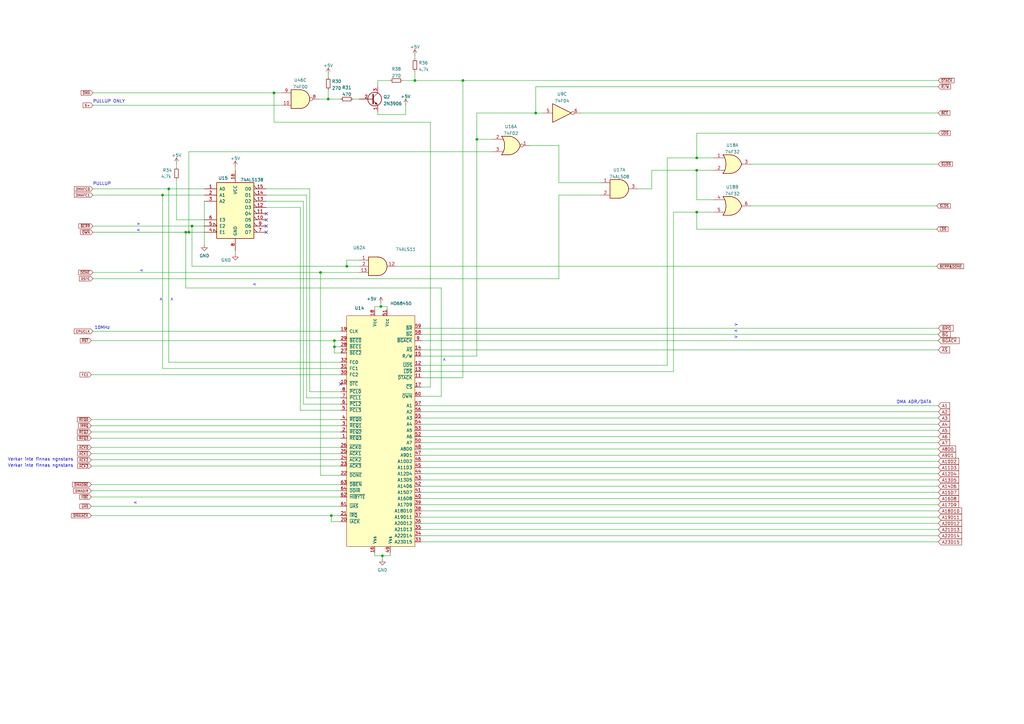
<source format=kicad_sch>
(kicad_sch (version 20211123) (generator eeschema)
  (paper "A3")
  (lib_symbols
    (symbol "74xx:74LS00" (pin_names (offset 1.016))
      (property "Reference" "U" (at 0 1.27 0))
      (property "Value" "74LS00" (at 0 -1.27 0))
      (symbol "74LS00_1_1"
        (pin input line (at -7.62 2.54 0) (length 3.81) (name "~") (number "1"))
        (pin input line (at -7.62 -2.54 0) (length 3.81) (name "~") (number "2"))
        (pin output inverted (at 7.62 0 180) (length 3.81) (name "~") (number "3"))
      )
      (symbol "74LS00_1_2"
        (pin input inverted (at -7.62 2.54 0) (length 4.318) (name "~") (number "1"))
        (pin input inverted (at -7.62 -2.54 0) (length 4.318) (name "~") (number "2"))
        (pin output line (at 7.62 0 180) (length 3.81) (name "~") (number "3"))
      )
      (symbol "74LS00_2_1"
        (pin input line (at -7.62 2.54 0) (length 3.81) (name "~") (number "4"))
        (pin input line (at -7.62 -2.54 0) (length 3.81) (name "~") (number "5"))
        (pin output inverted (at 7.62 0 180) (length 3.81) (name "~") (number "6"))
      )
      (symbol "74LS00_2_2"
        (pin input inverted (at -7.62 2.54 0) (length 4.318) (name "~") (number "4"))
        (pin input inverted (at -7.62 -2.54 0) (length 4.318) (name "~") (number "5"))
        (pin output line (at 7.62 0 180) (length 3.81) (name "~") (number "6"))
      )
      (symbol "74LS00_3_1"
        (pin input line (at -7.62 -2.54 0) (length 3.81) (name "~") (number "10"))
        (pin output inverted (at 7.62 0 180) (length 3.81) (name "~") (number "8"))
        (pin input line (at -7.62 2.54 0) (length 3.81) (name "~") (number "9"))
      )
      (symbol "74LS00_3_2"
        (pin input inverted (at -7.62 -2.54 0) (length 4.318) (name "~") (number "10"))
        (pin output line (at 7.62 0 180) (length 3.81) (name "~") (number "8"))
        (pin input inverted (at -7.62 2.54 0) (length 4.318) (name "~") (number "9"))
      )
      (symbol "74LS00_4_1"
        (pin output inverted (at 7.62 0 180) (length 3.81) (name "~") (number "11"))
        (pin input line (at -7.62 2.54 0) (length 3.81) (name "~") (number "12"))
        (pin input line (at -7.62 -2.54 0) (length 3.81) (name "~") (number "13"))
      )
      (symbol "74LS00_4_2"
        (pin output line (at 7.62 0 180) (length 3.81) (name "~") (number "11"))
        (pin input inverted (at -7.62 2.54 0) (length 4.318) (name "~") (number "12"))
        (pin input inverted (at -7.62 -2.54 0) (length 4.318) (name "~") (number "13"))
      )
      (symbol "74LS00_5_0"
        (pin power_in line (at 0 12.7 270) (length 5.08) (name "VCC") (number "14"))
        (pin power_in line (at 0 -12.7 90) (length 5.08) (name "GND") (number "7"))
      )
    )
    (symbol "74xx:74LS02" (pin_names (offset 1.016))
      (property "Reference" "U" (at 0 1.27 0))
      (property "Value" "74LS02" (at 0 -1.27 0))
      (symbol "74LS02_1_1"
        (pin output inverted (at 7.62 0 180) (length 3.81) (name "~") (number "1"))
        (pin input line (at -7.62 2.54 0) (length 4.318) (name "~") (number "2"))
        (pin input line (at -7.62 -2.54 0) (length 4.318) (name "~") (number "3"))
      )
      (symbol "74LS02_1_2"
        (pin output line (at 7.62 0 180) (length 3.81) (name "~") (number "1"))
        (pin input inverted (at -7.62 2.54 0) (length 3.81) (name "~") (number "2"))
        (pin input inverted (at -7.62 -2.54 0) (length 3.81) (name "~") (number "3"))
      )
      (symbol "74LS02_2_1"
        (pin output inverted (at 7.62 0 180) (length 3.81) (name "~") (number "4"))
        (pin input line (at -7.62 2.54 0) (length 4.318) (name "~") (number "5"))
        (pin input line (at -7.62 -2.54 0) (length 4.318) (name "~") (number "6"))
      )
      (symbol "74LS02_2_2"
        (pin output line (at 7.62 0 180) (length 3.81) (name "~") (number "4"))
        (pin input inverted (at -7.62 2.54 0) (length 3.81) (name "~") (number "5"))
        (pin input inverted (at -7.62 -2.54 0) (length 3.81) (name "~") (number "6"))
      )
      (symbol "74LS02_3_1"
        (pin output inverted (at 7.62 0 180) (length 3.81) (name "~") (number "10"))
        (pin input line (at -7.62 2.54 0) (length 4.318) (name "~") (number "8"))
        (pin input line (at -7.62 -2.54 0) (length 4.318) (name "~") (number "9"))
      )
      (symbol "74LS02_3_2"
        (pin output line (at 7.62 0 180) (length 3.81) (name "~") (number "10"))
        (pin input inverted (at -7.62 2.54 0) (length 3.81) (name "~") (number "8"))
        (pin input inverted (at -7.62 -2.54 0) (length 3.81) (name "~") (number "9"))
      )
      (symbol "74LS02_4_1"
        (pin input line (at -7.62 2.54 0) (length 4.318) (name "~") (number "11"))
        (pin input line (at -7.62 -2.54 0) (length 4.318) (name "~") (number "12"))
        (pin output inverted (at 7.62 0 180) (length 3.81) (name "~") (number "13"))
      )
      (symbol "74LS02_4_2"
        (pin input inverted (at -7.62 2.54 0) (length 3.81) (name "~") (number "11"))
        (pin input inverted (at -7.62 -2.54 0) (length 3.81) (name "~") (number "12"))
        (pin output line (at 7.62 0 180) (length 3.81) (name "~") (number "13"))
      )
      (symbol "74LS02_5_0"
        (pin power_in line (at 0 12.7 270) (length 5.08) (name "VCC") (number "14"))
        (pin power_in line (at 0 -12.7 90) (length 5.08) (name "GND") (number "7"))
      )
    )
    (symbol "74xx:74LS04"
      (property "Reference" "U" (at 0 1.27 0))
      (property "Value" "74LS04" (at 0 -1.27 0))
      (symbol "74LS04_1_0"
        (pin input line (at -7.62 0 0) (length 3.81) (name "~") (number "1"))
        (pin output inverted (at 7.62 0 180) (length 3.81) (name "~") (number "2"))
      )
      (symbol "74LS04_2_0"
        (pin input line (at -7.62 0 0) (length 3.81) (name "~") (number "3"))
        (pin output inverted (at 7.62 0 180) (length 3.81) (name "~") (number "4"))
      )
      (symbol "74LS04_3_0"
        (pin input line (at -7.62 0 0) (length 3.81) (name "~") (number "5"))
        (pin output inverted (at 7.62 0 180) (length 3.81) (name "~") (number "6"))
      )
      (symbol "74LS04_4_0"
        (pin output inverted (at 7.62 0 180) (length 3.81) (name "~") (number "8"))
        (pin input line (at -7.62 0 0) (length 3.81) (name "~") (number "9"))
      )
      (symbol "74LS04_5_0"
        (pin output inverted (at 7.62 0 180) (length 3.81) (name "~") (number "10"))
        (pin input line (at -7.62 0 0) (length 3.81) (name "~") (number "11"))
      )
      (symbol "74LS04_6_0"
        (pin output inverted (at 7.62 0 180) (length 3.81) (name "~") (number "12"))
        (pin input line (at -7.62 0 0) (length 3.81) (name "~") (number "13"))
      )
      (symbol "74LS04_7_0"
        (pin power_in line (at 0 12.7 270) (length 5.08) (name "VCC") (number "14"))
        (pin power_in line (at 0 -12.7 90) (length 5.08) (name "GND") (number "7"))
      )
    )
    (symbol "74xx:74LS08" (pin_names (offset 1.016))
      (property "Reference" "U" (at 0 1.27 0))
      (property "Value" "74LS08" (at 0 -1.27 0))
      (symbol "74LS08_1_1"
        (pin input line (at -7.62 2.54 0) (length 3.81) (name "~") (number "1"))
        (pin input line (at -7.62 -2.54 0) (length 3.81) (name "~") (number "2"))
        (pin output line (at 7.62 0 180) (length 3.81) (name "~") (number "3"))
      )
      (symbol "74LS08_1_2"
        (pin input inverted (at -7.62 2.54 0) (length 4.318) (name "~") (number "1"))
        (pin input inverted (at -7.62 -2.54 0) (length 4.318) (name "~") (number "2"))
        (pin output inverted (at 7.62 0 180) (length 3.81) (name "~") (number "3"))
      )
      (symbol "74LS08_2_1"
        (pin input line (at -7.62 2.54 0) (length 3.81) (name "~") (number "4"))
        (pin input line (at -7.62 -2.54 0) (length 3.81) (name "~") (number "5"))
        (pin output line (at 7.62 0 180) (length 3.81) (name "~") (number "6"))
      )
      (symbol "74LS08_2_2"
        (pin input inverted (at -7.62 2.54 0) (length 4.318) (name "~") (number "4"))
        (pin input inverted (at -7.62 -2.54 0) (length 4.318) (name "~") (number "5"))
        (pin output inverted (at 7.62 0 180) (length 3.81) (name "~") (number "6"))
      )
      (symbol "74LS08_3_1"
        (pin input line (at -7.62 -2.54 0) (length 3.81) (name "~") (number "10"))
        (pin output line (at 7.62 0 180) (length 3.81) (name "~") (number "8"))
        (pin input line (at -7.62 2.54 0) (length 3.81) (name "~") (number "9"))
      )
      (symbol "74LS08_3_2"
        (pin input inverted (at -7.62 -2.54 0) (length 4.318) (name "~") (number "10"))
        (pin output inverted (at 7.62 0 180) (length 3.81) (name "~") (number "8"))
        (pin input inverted (at -7.62 2.54 0) (length 4.318) (name "~") (number "9"))
      )
      (symbol "74LS08_4_1"
        (pin output line (at 7.62 0 180) (length 3.81) (name "~") (number "11"))
        (pin input line (at -7.62 2.54 0) (length 3.81) (name "~") (number "12"))
        (pin input line (at -7.62 -2.54 0) (length 3.81) (name "~") (number "13"))
      )
      (symbol "74LS08_4_2"
        (pin output inverted (at 7.62 0 180) (length 3.81) (name "~") (number "11"))
        (pin input inverted (at -7.62 2.54 0) (length 4.318) (name "~") (number "12"))
        (pin input inverted (at -7.62 -2.54 0) (length 4.318) (name "~") (number "13"))
      )
      (symbol "74LS08_5_0"
        (pin power_in line (at 0 12.7 270) (length 5.08) (name "VCC") (number "14"))
        (pin power_in line (at 0 -12.7 90) (length 5.08) (name "GND") (number "7"))
      )
    )
    (symbol "74xx:74LS11" (pin_names (offset 1.016))
      (property "Reference" "U" (at 0 1.27 0))
      (property "Value" "74LS11" (at 0 -1.27 0))
      (symbol "74LS11_1_1"
        (pin input line (at -7.62 2.54 0) (length 3.81) (name "~") (number "1"))
        (pin output line (at 7.62 0 180) (length 3.81) (name "~") (number "12"))
        (pin input line (at -7.62 -2.54 0) (length 3.81) (name "~") (number "13"))
        (pin input line (at -7.62 0 0) (length 3.81) (name "~") (number "2"))
      )
      (symbol "74LS11_1_2"
        (pin input inverted (at -7.62 2.54 0) (length 4.318) (name "~") (number "1"))
        (pin output inverted (at 7.62 0 180) (length 3.81) (name "~") (number "12"))
        (pin input inverted (at -7.62 -2.54 0) (length 4.318) (name "~") (number "13"))
        (pin input inverted (at -7.62 0 0) (length 4.953) (name "~") (number "2"))
      )
      (symbol "74LS11_2_1"
        (pin input line (at -7.62 2.54 0) (length 3.81) (name "~") (number "3"))
        (pin input line (at -7.62 0 0) (length 3.81) (name "~") (number "4"))
        (pin input line (at -7.62 -2.54 0) (length 3.81) (name "~") (number "5"))
        (pin output line (at 7.62 0 180) (length 3.81) (name "~") (number "6"))
      )
      (symbol "74LS11_2_2"
        (pin input inverted (at -7.62 2.54 0) (length 4.318) (name "~") (number "3"))
        (pin input inverted (at -7.62 0 0) (length 4.953) (name "~") (number "4"))
        (pin input inverted (at -7.62 -2.54 0) (length 4.318) (name "~") (number "5"))
        (pin output inverted (at 7.62 0 180) (length 3.81) (name "~") (number "6"))
      )
      (symbol "74LS11_3_1"
        (pin input line (at -7.62 0 0) (length 3.81) (name "~") (number "10"))
        (pin input line (at -7.62 -2.54 0) (length 3.81) (name "~") (number "11"))
        (pin output line (at 7.62 0 180) (length 3.81) (name "~") (number "8"))
        (pin input line (at -7.62 2.54 0) (length 3.81) (name "~") (number "9"))
      )
      (symbol "74LS11_3_2"
        (pin input inverted (at -7.62 0 0) (length 4.953) (name "~") (number "10"))
        (pin input inverted (at -7.62 -2.54 0) (length 4.318) (name "~") (number "11"))
        (pin output inverted (at 7.62 0 180) (length 3.81) (name "~") (number "8"))
        (pin input inverted (at -7.62 2.54 0) (length 4.318) (name "~") (number "9"))
      )
      (symbol "74LS11_4_0"
        (pin power_in line (at 0 12.7 270) (length 5.08) (name "VCC") (number "14"))
        (pin power_in line (at 0 -12.7 90) (length 5.08) (name "GND") (number "7"))
      )
    )
    (symbol "74xx:74LS138" (pin_names (offset 1.016))
      (property "Reference" "U" (at -7.62 11.43 0))
      (property "Value" "74LS138" (at -7.62 -13.97 0))
      (symbol "74LS138_1_0"
        (pin input line (at -12.7 7.62 0) (length 5.08) (name "A0") (number "1"))
        (pin output output_low (at 12.7 -5.08 180) (length 5.08) (name "O5") (number "10"))
        (pin output output_low (at 12.7 -2.54 180) (length 5.08) (name "O4") (number "11"))
        (pin output output_low (at 12.7 0 180) (length 5.08) (name "O3") (number "12"))
        (pin output output_low (at 12.7 2.54 180) (length 5.08) (name "O2") (number "13"))
        (pin output output_low (at 12.7 5.08 180) (length 5.08) (name "O1") (number "14"))
        (pin output output_low (at 12.7 7.62 180) (length 5.08) (name "O0") (number "15"))
        (pin power_in line (at 0 15.24 270) (length 5.08) (name "VCC") (number "16"))
        (pin input line (at -12.7 5.08 0) (length 5.08) (name "A1") (number "2"))
        (pin input line (at -12.7 2.54 0) (length 5.08) (name "A2") (number "3"))
        (pin input input_low (at -12.7 -10.16 0) (length 5.08) (name "E1") (number "4"))
        (pin input input_low (at -12.7 -7.62 0) (length 5.08) (name "E2") (number "5"))
        (pin input line (at -12.7 -5.08 0) (length 5.08) (name "E3") (number "6"))
        (pin output output_low (at 12.7 -10.16 180) (length 5.08) (name "O7") (number "7"))
        (pin power_in line (at 0 -17.78 90) (length 5.08) (name "GND") (number "8"))
        (pin output output_low (at 12.7 -7.62 180) (length 5.08) (name "O6") (number "9"))
      )
    )
    (symbol "74xx:74LS32" (pin_names (offset 1.016))
      (property "Reference" "U" (at 0 1.27 0))
      (property "Value" "74LS32" (at 0 -1.27 0))
      (symbol "74LS32_1_1"
        (pin input line (at -7.62 2.54 0) (length 4.318) (name "~") (number "1"))
        (pin input line (at -7.62 -2.54 0) (length 4.318) (name "~") (number "2"))
        (pin output line (at 7.62 0 180) (length 3.81) (name "~") (number "3"))
      )
      (symbol "74LS32_1_2"
        (pin input inverted (at -7.62 2.54 0) (length 3.81) (name "~") (number "1"))
        (pin input inverted (at -7.62 -2.54 0) (length 3.81) (name "~") (number "2"))
        (pin output inverted (at 7.62 0 180) (length 3.81) (name "~") (number "3"))
      )
      (symbol "74LS32_2_1"
        (pin input line (at -7.62 2.54 0) (length 4.318) (name "~") (number "4"))
        (pin input line (at -7.62 -2.54 0) (length 4.318) (name "~") (number "5"))
        (pin output line (at 7.62 0 180) (length 3.81) (name "~") (number "6"))
      )
      (symbol "74LS32_2_2"
        (pin input inverted (at -7.62 2.54 0) (length 3.81) (name "~") (number "4"))
        (pin input inverted (at -7.62 -2.54 0) (length 3.81) (name "~") (number "5"))
        (pin output inverted (at 7.62 0 180) (length 3.81) (name "~") (number "6"))
      )
      (symbol "74LS32_3_1"
        (pin input line (at -7.62 -2.54 0) (length 4.318) (name "~") (number "10"))
        (pin output line (at 7.62 0 180) (length 3.81) (name "~") (number "8"))
        (pin input line (at -7.62 2.54 0) (length 4.318) (name "~") (number "9"))
      )
      (symbol "74LS32_3_2"
        (pin input inverted (at -7.62 -2.54 0) (length 3.81) (name "~") (number "10"))
        (pin output inverted (at 7.62 0 180) (length 3.81) (name "~") (number "8"))
        (pin input inverted (at -7.62 2.54 0) (length 3.81) (name "~") (number "9"))
      )
      (symbol "74LS32_4_1"
        (pin output line (at 7.62 0 180) (length 3.81) (name "~") (number "11"))
        (pin input line (at -7.62 2.54 0) (length 4.318) (name "~") (number "12"))
        (pin input line (at -7.62 -2.54 0) (length 4.318) (name "~") (number "13"))
      )
      (symbol "74LS32_4_2"
        (pin output inverted (at 7.62 0 180) (length 3.81) (name "~") (number "11"))
        (pin input inverted (at -7.62 2.54 0) (length 3.81) (name "~") (number "12"))
        (pin input inverted (at -7.62 -2.54 0) (length 3.81) (name "~") (number "13"))
      )
      (symbol "74LS32_5_0"
        (pin power_in line (at 0 12.7 270) (length 5.08) (name "VCC") (number "14"))
        (pin power_in line (at 0 -12.7 90) (length 5.08) (name "GND") (number "7"))
      )
    )
    (symbol "Device:Q_PNP_EBC" (pin_names (offset 0) hide)
      (property "Reference" "Q" (at 5.08 1.27 0))
      (property "Value" "Q_PNP_EBC" (at 5.08 -1.27 0))
      (symbol "Q_PNP_EBC_1_1"
        (pin passive line (at 2.54 -5.08 90) (length 2.54) (name "E") (number "1"))
        (pin input line (at -5.08 0 0) (length 5.715) (name "B") (number "2"))
        (pin passive line (at 2.54 5.08 270) (length 2.54) (name "C") (number "3"))
      )
    )
    (symbol "Device:R_Small" (pin_numbers hide) (pin_names (offset 0.254) hide)
      (property "Reference" "R" (at 0.762 0.508 0))
      (property "Value" "R_Small" (at 0.762 -1.016 0))
      (symbol "R_Small_1_1"
        (pin passive line (at 0 2.54 270) (length 0.762) (name "~") (number "1"))
        (pin passive line (at 0 -2.54 90) (length 0.762) (name "~") (number "2"))
      )
    )
    (symbol "power:+5V" (power) (pin_names (offset 0))
      (property "Value" "+5V" (at 0 3.556 0))
      (symbol "+5V_1_1"
        (pin power_in line (at 0 0 90) (length 0) hide (name "+5V") (number "1"))
      )
    )
    (symbol "power:GND" (power) (pin_names (offset 0))
      (property "Value" "GND" (at 0 -3.81 0))
      (symbol "GND_1_1"
        (pin power_in line (at 0 0 270) (length 0) hide (name "GND") (number "1"))
      )
    )
    (symbol "x37:HD68450" (pin_names (offset 1.016))
      (property "Reference" "U" (at 10.795 50.8 0))
      (property "Value" "HD68450" (at -12.7 50.8 0))
      (symbol "HD68450_0_0"
        (pin bidirectional line (at -16.51 -0.635 0) (length 2.54) (name "~{REQ3}") (number "1"))
        (pin bidirectional line (at -16.51 21.59 0) (length 2.54) (name "~{DTC}") (number "10"))
        (pin bidirectional line (at 16.51 29.21 180) (length 2.54) (name "~{UDS}") (number "12"))
        (pin bidirectional line (at 16.51 26.67 180) (length 2.54) (name "~{LDS}") (number "13"))
        (pin bidirectional line (at 16.51 35.56 180) (length 2.54) (name "~{AS}") (number "14"))
        (pin bidirectional line (at 16.51 33.02 180) (length 2.54) (name "R/W") (number "15"))
        (pin power_in line (at -2.54 -47.625 90) (length 2.54) (name "Vss") (number "16"))
        (pin bidirectional line (at 16.51 20.32 180) (length 2.54) (name "~{CS}") (number "17"))
        (pin power_in line (at -2.54 52.07 270) (length 2.54) (name "Vcc") (number "18"))
        (pin bidirectional line (at -16.51 43.18 0) (length 2.54) (name "CLK") (number "19"))
        (pin bidirectional line (at -16.51 1.905 0) (length 2.54) (name "~{REQ2}") (number "2"))
        (pin bidirectional line (at -16.51 -34.925 0) (length 2.54) (name "~{IACK}") (number "20"))
        (pin bidirectional line (at -16.51 -32.385 0) (length 2.54) (name "~{IRQ}") (number "21"))
        (pin bidirectional line (at -16.51 -15.875 0) (length 2.54) (name "~{DONE}") (number "22"))
        (pin bidirectional line (at -16.51 -12.065 0) (length 2.54) (name "~{ACK3}") (number "23"))
        (pin bidirectional line (at -16.51 -9.525 0) (length 2.54) (name "~{ACK2}") (number "24"))
        (pin bidirectional line (at -16.51 -6.985 0) (length 2.54) (name "~{ACK1}") (number "25"))
        (pin bidirectional line (at -16.51 -4.445 0) (length 2.54) (name "~{ACK0}") (number "26"))
        (pin bidirectional line (at -16.51 34.29 0) (length 2.54) (name "~{BEC2}") (number "27"))
        (pin bidirectional line (at -16.51 36.83 0) (length 2.54) (name "~{BEC1}") (number "28"))
        (pin bidirectional line (at -16.51 39.37 0) (length 2.54) (name "~{BEC0}") (number "29"))
        (pin bidirectional line (at -16.51 4.445 0) (length 2.54) (name "~{REQ1}") (number "3"))
        (pin bidirectional line (at -16.51 25.4 0) (length 2.54) (name "FC2") (number "30"))
        (pin bidirectional line (at -16.51 27.94 0) (length 2.54) (name "FC1") (number "31"))
        (pin bidirectional line (at -16.51 30.48 0) (length 2.54) (name "FC0") (number "32"))
        (pin bidirectional line (at 16.51 -43.18 180) (length 2.54) (name "A23D15") (number "33"))
        (pin bidirectional line (at 16.51 -40.64 180) (length 2.54) (name "A22D14") (number "34"))
        (pin bidirectional line (at 16.51 -38.1 180) (length 2.54) (name "A21D13") (number "35"))
        (pin bidirectional line (at 16.51 -35.56 180) (length 2.54) (name "A20D12") (number "36"))
        (pin bidirectional line (at 16.51 -33.02 180) (length 2.54) (name "A19D11") (number "37"))
        (pin bidirectional line (at 16.51 -30.48 180) (length 2.54) (name "A18D10") (number "38"))
        (pin bidirectional line (at 16.51 -27.94 180) (length 2.54) (name "A17D9") (number "39"))
        (pin bidirectional line (at -16.51 6.985 0) (length 2.54) (name "~{REQ0}") (number "4"))
        (pin bidirectional line (at 16.51 -25.4 180) (length 2.54) (name "A16D8") (number "40"))
        (pin bidirectional line (at 16.51 -22.86 180) (length 2.54) (name "A15D7") (number "41"))
        (pin bidirectional line (at 16.51 -20.32 180) (length 2.54) (name "A14D6") (number "42"))
        (pin bidirectional line (at 16.51 -17.78 180) (length 2.54) (name "A13D5") (number "43"))
        (pin bidirectional line (at 16.51 -15.24 180) (length 2.54) (name "A12D4") (number "44"))
        (pin bidirectional line (at 16.51 -12.7 180) (length 2.54) (name "A11D3") (number "45"))
        (pin bidirectional line (at 16.51 -10.16 180) (length 2.54) (name "A10D2") (number "46"))
        (pin bidirectional line (at 16.51 -7.62 180) (length 2.54) (name "A9D1") (number "47"))
        (pin bidirectional line (at 16.51 -5.08 180) (length 2.54) (name "A8D0") (number "48"))
        (pin power_in line (at 3.81 -47.625 90) (length 2.54) (name "Vss") (number "49"))
        (pin bidirectional line (at -16.51 10.795 0) (length 2.54) (name "~{PCL3}") (number "5"))
        (pin bidirectional line (at 16.51 -2.54 180) (length 2.54) (name "A7") (number "50"))
        (pin power_in line (at 2.54 52.07 270) (length 2.54) (name "Vcc") (number "51"))
        (pin bidirectional line (at 16.51 0 180) (length 2.54) (name "A6") (number "52"))
        (pin bidirectional line (at 16.51 2.54 180) (length 2.54) (name "A5") (number "53"))
        (pin bidirectional line (at 16.51 5.08 180) (length 2.54) (name "A4") (number "54"))
        (pin bidirectional line (at 16.51 7.62 180) (length 2.54) (name "A3") (number "55"))
        (pin bidirectional line (at 16.51 10.16 180) (length 2.54) (name "A2") (number "56"))
        (pin bidirectional line (at 16.51 12.7 180) (length 2.54) (name "A1") (number "57"))
        (pin bidirectional line (at 16.51 41.91 180) (length 2.54) (name "~{BG}") (number "58"))
        (pin bidirectional line (at 16.51 44.45 180) (length 2.54) (name "~{BR}") (number "59"))
        (pin bidirectional line (at -16.51 13.335 0) (length 2.54) (name "~{PCL2}") (number "6"))
        (pin bidirectional line (at 16.51 16.51 180) (length 2.54) (name "~{OWN}") (number "60"))
        (pin bidirectional line (at -16.51 -28.575 0) (length 2.54) (name "~{UAS}") (number "61"))
        (pin bidirectional line (at -16.51 -24.765 0) (length 2.54) (name "~{HIBYTE}") (number "62"))
        (pin bidirectional line (at -16.51 -19.685 0) (length 2.54) (name "~{DBEN}") (number "63"))
        (pin bidirectional line (at -16.51 -22.225 0) (length 2.54) (name "~{DDIR}") (number "64"))
        (pin bidirectional line (at -16.51 15.875 0) (length 2.54) (name "~{PCL1}") (number "7"))
        (pin bidirectional line (at -16.51 18.415 0) (length 2.54) (name "~{PCL0}") (number "8"))
        (pin bidirectional line (at 16.51 39.37 180) (length 2.54) (name "~{BGACK}") (number "9"))
      )
      (symbol "HD68450_1_1"
        (pin bidirectional line (at 16.51 24.13 180) (length 2.54) (name "~{DTACK}") (number "11"))
      )
    )
  )
  (junction (at 78.74 92.71))
  (junction (at 69.215 77.47))
  (junction (at 66.675 80.01))
  (junction (at 77.47 95.25))
  (junction (at 137.16 142.24))
  (junction (at 219.71 46.355))
  (junction (at 142.24 109.22))
  (junction (at 156.21 125.73))
  (junction (at 137.16 139.7))
  (junction (at 170.18 33.02))
  (junction (at 76.2 95.25))
  (junction (at 135.89 211.455))
  (junction (at 134.62 40.64))
  (junction (at 195.58 57.15))
  (junction (at 285.75 86.995))
  (junction (at 285.75 64.77))
  (junction (at 189.865 33.02))
  (junction (at 156.845 227.965))
  (junction (at 112.395 38.1))
  (junction (at 131.445 111.76))
  (junction (at 285.75 69.85))
  (no_connect (at 109.22 92.71))
  (no_connect (at 109.22 87.63))
  (no_connect (at 109.22 95.25))
  (no_connect (at 109.22 90.17))
  (no_connect (at 139.7 157.48))
  (wire (pts (xy 130.81 40.64) (xy 134.62 40.64)))
  (wire (pts (xy 72.39 90.17) (xy 83.82 90.17)))
  (wire (pts (xy 172.72 196.85) (xy 384.81 196.85)))
  (wire (pts (xy 172.72 162.56) (xy 180.975 162.56)))
  (wire (pts (xy 38.1 80.01) (xy 66.675 80.01)))
  (wire (pts (xy 219.71 35.56) (xy 219.71 46.355)))
  (wire (pts (xy 153.67 125.73) (xy 153.67 127)))
  (wire (pts (xy 124.46 165.735) (xy 124.46 82.55)))
  (wire (pts (xy 66.675 80.01) (xy 66.675 151.13)))
  (wire (pts (xy 267.335 77.47) (xy 267.335 69.85)))
  (wire (pts (xy 172.72 152.4) (xy 276.225 152.4)))
  (wire (pts (xy 139.7 165.735) (xy 124.46 165.735)))
  (wire (pts (xy 172.72 219.71) (xy 384.81 219.71)))
  (wire (pts (xy 69.215 148.59) (xy 139.7 148.59)))
  (wire (pts (xy 170.18 33.02) (xy 170.18 29.21)))
  (wire (pts (xy 38.1 114.3) (xy 229.235 114.3)))
  (wire (pts (xy 285.75 86.995) (xy 285.75 93.98)))
  (wire (pts (xy 72.39 67.31) (xy 72.39 68.58)))
  (wire (pts (xy 37.465 198.755) (xy 139.7 198.755)))
  (wire (pts (xy 276.225 86.995) (xy 285.75 86.995)))
  (wire (pts (xy 170.18 33.02) (xy 189.865 33.02)))
  (wire (pts (xy 125.73 163.195) (xy 139.7 163.195)))
  (wire (pts (xy 172.72 191.77) (xy 384.81 191.77)))
  (wire (pts (xy 154.94 33.02) (xy 160.02 33.02)))
  (wire (pts (xy 134.62 40.64) (xy 134.62 36.83)))
  (wire (pts (xy 38.1 38.1) (xy 112.395 38.1)))
  (wire (pts (xy 153.67 226.695) (xy 153.67 227.965)))
  (wire (pts (xy 176.53 158.75) (xy 176.53 50.165)))
  (wire (pts (xy 172.72 189.23) (xy 384.81 189.23)))
  (wire (pts (xy 172.72 176.53) (xy 384.81 176.53)))
  (wire (pts (xy 78.74 92.71) (xy 78.74 109.22)))
  (wire (pts (xy 127 160.655) (xy 139.7 160.655)))
  (wire (pts (xy 172.72 134.62) (xy 384.81 134.62)))
  (wire (pts (xy 38.1 77.47) (xy 69.215 77.47)))
  (wire (pts (xy 125.73 80.01) (xy 125.73 163.195)))
  (wire (pts (xy 38.1 111.76) (xy 131.445 111.76)))
  (wire (pts (xy 137.16 139.7) (xy 139.7 139.7)))
  (wire (pts (xy 112.395 38.1) (xy 115.57 38.1)))
  (wire (pts (xy 37.465 191.135) (xy 139.7 191.135)))
  (wire (pts (xy 131.445 111.76) (xy 147.32 111.76)))
  (wire (pts (xy 144.78 40.64) (xy 147.32 40.64)))
  (wire (pts (xy 69.215 77.47) (xy 69.215 148.59)))
  (wire (pts (xy 135.89 211.455) (xy 135.89 213.995)))
  (wire (pts (xy 154.94 46.99) (xy 166.37 46.99)))
  (wire (pts (xy 172.72 194.31) (xy 384.81 194.31)))
  (wire (pts (xy 229.235 59.69) (xy 229.235 74.93)))
  (wire (pts (xy 96.52 68.58) (xy 96.52 69.85)))
  (wire (pts (xy 285.75 64.77) (xy 285.75 54.61)))
  (wire (pts (xy 137.16 144.78) (xy 139.7 144.78)))
  (wire (pts (xy 189.865 33.02) (xy 189.865 154.94)))
  (wire (pts (xy 172.72 201.93) (xy 384.81 201.93)))
  (wire (pts (xy 69.215 77.47) (xy 83.82 77.47)))
  (wire (pts (xy 217.17 59.69) (xy 229.235 59.69)))
  (wire (pts (xy 172.72 166.37) (xy 384.81 166.37)))
  (wire (pts (xy 137.16 139.7) (xy 137.16 142.24)))
  (wire (pts (xy 172.72 173.99) (xy 384.81 173.99)))
  (wire (pts (xy 37.465 203.835) (xy 139.7 203.835)))
  (wire (pts (xy 285.75 54.61) (xy 384.81 54.61)))
  (wire (pts (xy 172.72 186.69) (xy 384.81 186.69)))
  (wire (pts (xy 172.72 168.91) (xy 384.81 168.91)))
  (wire (pts (xy 195.58 57.15) (xy 201.93 57.15)))
  (wire (pts (xy 37.465 174.625) (xy 139.7 174.625)))
  (wire (pts (xy 96.52 102.87) (xy 96.52 104.14)))
  (wire (pts (xy 172.72 154.94) (xy 189.865 154.94)))
  (wire (pts (xy 123.19 168.275) (xy 139.7 168.275)))
  (wire (pts (xy 158.75 125.73) (xy 158.75 127)))
  (wire (pts (xy 172.72 149.86) (xy 273.685 149.86)))
  (wire (pts (xy 384.81 35.56) (xy 219.71 35.56)))
  (wire (pts (xy 162.56 109.22) (xy 384.175 109.22)))
  (wire (pts (xy 172.72 212.09) (xy 384.81 212.09)))
  (wire (pts (xy 135.89 211.455) (xy 139.7 211.455)))
  (wire (pts (xy 229.235 80.01) (xy 246.38 80.01)))
  (wire (pts (xy 180.975 162.56) (xy 180.975 118.11)))
  (wire (pts (xy 238.125 46.355) (xy 384.81 46.355)))
  (wire (pts (xy 219.71 46.355) (xy 222.885 46.355)))
  (wire (pts (xy 285.75 93.98) (xy 384.175 93.98)))
  (wire (pts (xy 172.72 184.15) (xy 384.81 184.15)))
  (wire (pts (xy 77.47 95.25) (xy 77.47 62.23)))
  (wire (pts (xy 172.72 139.7) (xy 384.81 139.7)))
  (wire (pts (xy 37.465 211.455) (xy 135.89 211.455)))
  (wire (pts (xy 307.975 84.455) (xy 384.175 84.455)))
  (wire (pts (xy 147.32 109.22) (xy 142.24 109.22)))
  (wire (pts (xy 131.445 194.945) (xy 139.7 194.945)))
  (wire (pts (xy 156.845 227.965) (xy 156.845 229.235)))
  (wire (pts (xy 153.67 125.73) (xy 156.21 125.73)))
  (wire (pts (xy 72.39 73.66) (xy 72.39 90.17)))
  (wire (pts (xy 154.94 45.72) (xy 154.94 46.99)))
  (wire (pts (xy 127 160.655) (xy 127 77.47)))
  (wire (pts (xy 156.845 227.965) (xy 160.02 227.965)))
  (wire (pts (xy 172.72 222.25) (xy 384.81 222.25)))
  (wire (pts (xy 112.395 50.165) (xy 112.395 38.1)))
  (wire (pts (xy 154.94 35.56) (xy 154.94 33.02)))
  (wire (pts (xy 37.465 207.645) (xy 139.7 207.645)))
  (wire (pts (xy 38.1 92.71) (xy 78.74 92.71)))
  (wire (pts (xy 195.58 146.05) (xy 195.58 57.15)))
  (wire (pts (xy 160.02 227.965) (xy 160.02 226.695)))
  (wire (pts (xy 307.975 67.31) (xy 384.81 67.31)))
  (wire (pts (xy 139.7 186.055) (xy 37.465 186.055)))
  (wire (pts (xy 83.82 82.55) (xy 83.82 100.33)))
  (wire (pts (xy 180.975 118.11) (xy 76.2 118.11)))
  (wire (pts (xy 142.24 109.22) (xy 142.24 106.68)))
  (wire (pts (xy 172.72 214.63) (xy 384.81 214.63)))
  (wire (pts (xy 142.24 106.68) (xy 147.32 106.68)))
  (wire (pts (xy 66.675 151.13) (xy 139.7 151.13)))
  (wire (pts (xy 172.72 179.07) (xy 384.81 179.07)))
  (wire (pts (xy 172.72 209.55) (xy 384.81 209.55)))
  (wire (pts (xy 285.75 64.77) (xy 292.735 64.77)))
  (wire (pts (xy 66.675 80.01) (xy 83.82 80.01)))
  (wire (pts (xy 76.2 95.25) (xy 77.47 95.25)))
  (wire (pts (xy 229.235 74.93) (xy 246.38 74.93)))
  (wire (pts (xy 38.1 43.18) (xy 115.57 43.18)))
  (wire (pts (xy 229.235 114.3) (xy 229.235 80.01)))
  (wire (pts (xy 76.2 118.11) (xy 76.2 95.25)))
  (wire (pts (xy 153.67 227.965) (xy 156.845 227.965)))
  (wire (pts (xy 172.72 146.05) (xy 195.58 146.05)))
  (wire (pts (xy 267.335 69.85) (xy 285.75 69.85)))
  (wire (pts (xy 172.72 143.51) (xy 384.81 143.51)))
  (wire (pts (xy 134.62 30.48) (xy 134.62 31.75)))
  (wire (pts (xy 195.58 46.355) (xy 219.71 46.355)))
  (wire (pts (xy 273.685 149.86) (xy 273.685 64.77)))
  (wire (pts (xy 135.89 213.995) (xy 139.7 213.995)))
  (wire (pts (xy 172.72 181.61) (xy 384.81 181.61)))
  (wire (pts (xy 172.72 171.45) (xy 384.81 171.45)))
  (wire (pts (xy 37.465 201.295) (xy 139.7 201.295)))
  (wire (pts (xy 77.47 95.25) (xy 83.82 95.25)))
  (wire (pts (xy 37.465 183.515) (xy 139.7 183.515)))
  (wire (pts (xy 78.74 109.22) (xy 142.24 109.22)))
  (wire (pts (xy 156.21 125.73) (xy 158.75 125.73)))
  (wire (pts (xy 137.16 142.24) (xy 139.7 142.24)))
  (wire (pts (xy 77.47 62.23) (xy 201.93 62.23)))
  (wire (pts (xy 165.1 33.02) (xy 170.18 33.02)))
  (wire (pts (xy 172.72 207.01) (xy 384.81 207.01)))
  (wire (pts (xy 166.37 46.99) (xy 166.37 43.18)))
  (wire (pts (xy 276.225 152.4) (xy 276.225 86.995)))
  (wire (pts (xy 156.21 125.73) (xy 156.21 124.46)))
  (wire (pts (xy 131.445 111.76) (xy 131.445 194.945)))
  (wire (pts (xy 172.72 217.17) (xy 384.81 217.17)))
  (wire (pts (xy 273.685 64.77) (xy 285.75 64.77)))
  (wire (pts (xy 37.465 177.165) (xy 139.7 177.165)))
  (wire (pts (xy 38.1 95.25) (xy 76.2 95.25)))
  (wire (pts (xy 176.53 50.165) (xy 112.395 50.165)))
  (wire (pts (xy 172.72 199.39) (xy 384.81 199.39)))
  (wire (pts (xy 127 77.47) (xy 109.22 77.47)))
  (wire (pts (xy 137.16 142.24) (xy 137.16 144.78)))
  (wire (pts (xy 189.865 33.02) (xy 384.81 33.02)))
  (wire (pts (xy 195.58 57.15) (xy 195.58 46.355)))
  (wire (pts (xy 285.75 69.85) (xy 292.735 69.85)))
  (wire (pts (xy 37.465 153.67) (xy 139.7 153.67)))
  (wire (pts (xy 123.19 85.09) (xy 123.19 168.275)))
  (wire (pts (xy 37.465 172.085) (xy 139.7 172.085)))
  (wire (pts (xy 285.75 86.995) (xy 292.735 86.995)))
  (wire (pts (xy 134.62 40.64) (xy 139.7 40.64)))
  (wire (pts (xy 37.465 179.705) (xy 139.7 179.705)))
  (wire (pts (xy 109.22 85.09) (xy 123.19 85.09)))
  (wire (pts (xy 37.465 139.7) (xy 137.16 139.7)))
  (wire (pts (xy 139.7 188.595) (xy 37.465 188.595)))
  (wire (pts (xy 78.74 92.71) (xy 83.82 92.71)))
  (wire (pts (xy 170.18 22.86) (xy 170.18 24.13)))
  (wire (pts (xy 261.62 77.47) (xy 267.335 77.47)))
  (wire (pts (xy 109.22 80.01) (xy 125.73 80.01)))
  (wire (pts (xy 124.46 82.55) (xy 109.22 82.55)))
  (wire (pts (xy 285.75 69.85) (xy 285.75 81.915)))
  (wire (pts (xy 38.1 135.89) (xy 139.7 135.89)))
  (wire (pts (xy 285.75 81.915) (xy 292.735 81.915)))
  (wire (pts (xy 172.72 204.47) (xy 384.81 204.47)))
  (wire (pts (xy 172.72 137.16) (xy 384.81 137.16)))
  (wire (pts (xy 172.72 158.75) (xy 176.53 158.75)))
  (text ">" (at 300.99 139.065 0) (effects (font (size 1.27 1.27)) (justify left bottom)))
  (text ">" (at 300.99 133.985 0) (effects (font (size 1.27 1.27)) (justify left bottom)))
  (text "Verkar inte finnas ngnstans\n" (at 3.175 191.77 0) (effects (font (size 1.27 1.27)) (justify left bottom)))
  (text ">" (at 182.88 148.59 90) (effects (font (size 1.27 1.27)) (justify left bottom)))
  (text "DMA ADR/DATA\n" (at 367.665 165.735 0) (effects (font (size 1.27 1.27)) (justify left bottom)))
  (text ">" (at 55.88 92.71 0) (effects (font (size 1.27 1.27)) (justify left bottom)))
  (text "Verkar inte finnas ngnstans\n" (at 3.175 189.23 0) (effects (font (size 1.27 1.27)) (justify left bottom)))
  (text "<" (at 55.88 95.25 0) (effects (font (size 1.27 1.27)) (justify left bottom)))
  (text "<" (at 54.61 207.01 0) (effects (font (size 1.27 1.27)) (justify left bottom)))
  (text ">" (at 66.675 123.825 90) (effects (font (size 1.27 1.27)) (justify left bottom)))
  (text "<" (at 57.15 111.76 0) (effects (font (size 1.27 1.27)) (justify left bottom)))
  (text "PULLUP ONLY\n\n" (at 38.1 44.45 0) (effects (font (size 1.27 1.27)) (justify left bottom)))
  (text "<" (at 103.505 117.475 0) (effects (font (size 1.27 1.27)) (justify left bottom)))
  (text "<" (at 300.99 136.525 0) (effects (font (size 1.27 1.27)) (justify left bottom)))
  (text "10MHz\n" (at 38.735 135.255 0) (effects (font (size 1.27 1.27)) (justify left bottom)))
  (text "PULLUP\n" (at 38.1 76.2 0) (effects (font (size 1.27 1.27)) (justify left bottom)))
  (text ">" (at 71.12 123.825 90) (effects (font (size 1.27 1.27)) (justify left bottom)))
  (global_label "~{REQ2}" (shape input) (at 37.465 177.165 180) (effects (font (size 0.9906 0.9906))) (property "Intersheet References" "${INTERSHEET_REFS}" (effects hide)))
  (global_label "~{UDS}" (shape input) (at 384.81 54.61 0) (effects (font (size 1 1))) (property "Intersheet References" "${INTERSHEET_REFS}" (effects hide)))
  (global_label "A21D13" (shape input) (at 384.81 217.17 0) (property "Intersheet References" "${INTERSHEET_REFS}" (effects hide)))
  (global_label "~{BERR&DONE}" (shape input) (at 384.175 109.22 0) (effects (font (size 1 1))) (property "Intersheet References" "${INTERSHEET_REFS}" (effects hide)))
  (global_label "A17D9" (shape input) (at 384.81 207.01 0) (property "Intersheet References" "${INTERSHEET_REFS}" (effects hide)))
  (global_label "A3" (shape input) (at 384.81 171.45 0) (property "Intersheet References" "${INTERSHEET_REFS}" (effects hide)))
  (global_label "~{DTACK}" (shape input) (at 384.81 33.02 0) (effects (font (size 1 1))) (property "Intersheet References" "${INTERSHEET_REFS}" (effects hide)))
  (global_label "~{DMA}" (shape input) (at 38.1 38.1 180) (effects (font (size 0.9906 0.9906))) (property "Intersheet References" "${INTERSHEET_REFS}" (effects hide)))
  (global_label "A18D10" (shape input) (at 384.81 209.55 0) (property "Intersheet References" "${INTERSHEET_REFS}" (effects hide)))
  (global_label "~{DONE}" (shape input) (at 38.1 111.76 180) (effects (font (size 0.9906 0.9906))) (property "Intersheet References" "${INTERSHEET_REFS}" (effects hide)))
  (global_label "~{UAS}" (shape input) (at 37.465 207.645 180) (effects (font (size 0.9906 0.9906))) (property "Intersheet References" "${INTERSHEET_REFS}" (effects hide)))
  (global_label "~{ACK3}" (shape input) (at 37.465 191.135 180) (effects (font (size 0.9906 0.9906))) (property "Intersheet References" "${INTERSHEET_REFS}" (effects hide)))
  (global_label "~{ACK2}" (shape input) (at 37.465 188.595 180) (effects (font (size 0.9906 0.9906))) (property "Intersheet References" "${INTERSHEET_REFS}" (effects hide)))
  (global_label "~{LDS}" (shape input) (at 384.175 93.98 0) (effects (font (size 1 1))) (property "Intersheet References" "${INTERSHEET_REFS}" (effects hide)))
  (global_label "S+" (shape input) (at 38.1 43.18 180) (effects (font (size 0.9906 0.9906))) (property "Intersheet References" "${INTERSHEET_REFS}" (effects hide)))
  (global_label "~{BGACK}" (shape input) (at 384.81 139.7 0) (property "Intersheet References" "${INTERSHEET_REFS}" (effects hide)))
  (global_label "CPUCLK" (shape input) (at 38.1 135.89 180) (effects (font (size 0.9906 0.9906))) (property "Intersheet References" "${INTERSHEET_REFS}" (effects hide)))
  (global_label "A13D5" (shape input) (at 384.81 196.85 0) (property "Intersheet References" "${INTERSHEET_REFS}" (effects hide)))
  (global_label "A11D3" (shape input) (at 384.81 191.77 0) (property "Intersheet References" "${INTERSHEET_REFS}" (effects hide)))
  (global_label "~{RST}" (shape input) (at 37.465 139.7 180) (effects (font (size 0.9906 0.9906))) (property "Intersheet References" "${INTERSHEET_REFS}" (effects hide)))
  (global_label "~{BG}" (shape input) (at 384.81 137.16 0) (property "Intersheet References" "${INTERSHEET_REFS}" (effects hide)))
  (global_label "A22D14" (shape input) (at 384.81 219.71 0) (property "Intersheet References" "${INTERSHEET_REFS}" (effects hide)))
  (global_label "~{BCE}" (shape input) (at 384.81 46.355 0) (effects (font (size 1 1))) (property "Intersheet References" "${INTERSHEET_REFS}" (effects hide)))
  (global_label "A4" (shape input) (at 384.81 173.99 0) (property "Intersheet References" "${INTERSHEET_REFS}" (effects hide)))
  (global_label "A10D2" (shape input) (at 384.81 189.23 0) (property "Intersheet References" "${INTERSHEET_REFS}" (effects hide)))
  (global_label "A6" (shape input) (at 384.81 179.07 0) (property "Intersheet References" "${INTERSHEET_REFS}" (effects hide)))
  (global_label "A19D11" (shape input) (at 384.81 212.09 0) (property "Intersheet References" "${INTERSHEET_REFS}" (effects hide)))
  (global_label "DMAFC0" (shape input) (at 38.1 77.47 180) (effects (font (size 0.9906 0.9906))) (property "Intersheet References" "${INTERSHEET_REFS}" (effects hide)))
  (global_label "~{SLDS}" (shape input) (at 384.175 84.455 0) (effects (font (size 1 1))) (property "Intersheet References" "${INTERSHEET_REFS}" (effects hide)))
  (global_label "~{OWN}" (shape input) (at 38.1 95.25 180) (effects (font (size 0.9906 0.9906))) (property "Intersheet References" "${INTERSHEET_REFS}" (effects hide)))
  (global_label "~{BERR}" (shape input) (at 38.1 92.71 180) (effects (font (size 0.9906 0.9906))) (property "Intersheet References" "${INTERSHEET_REFS}" (effects hide)))
  (global_label "A16D8" (shape input) (at 384.81 204.47 0) (property "Intersheet References" "${INTERSHEET_REFS}" (effects hide)))
  (global_label "DMAFC1" (shape input) (at 38.1 80.01 180) (effects (font (size 0.9906 0.9906))) (property "Intersheet References" "${INTERSHEET_REFS}" (effects hide)))
  (global_label "FC1" (shape input) (at 37.465 153.67 180) (effects (font (size 0.9906 0.9906))) (property "Intersheet References" "${INTERSHEET_REFS}" (effects hide)))
  (global_label "~{DMAIACK}" (shape input) (at 37.465 211.455 180) (effects (font (size 0.9906 0.9906))) (property "Intersheet References" "${INTERSHEET_REFS}" (effects hide)))
  (global_label "A12D4" (shape input) (at 384.81 194.31 0) (property "Intersheet References" "${INTERSHEET_REFS}" (effects hide)))
  (global_label "~{AS}" (shape input) (at 384.81 143.51 0) (property "Intersheet References" "${INTERSHEET_REFS}" (effects hide)))
  (global_label "~{R{slash}W}" (shape input) (at 384.81 35.56 0) (effects (font (size 1 1))) (property "Intersheet References" "${INTERSHEET_REFS}" (effects hide)))
  (global_label "DSTC" (shape input) (at 38.1 114.3 180) (effects (font (size 0.9906 0.9906))) (property "Intersheet References" "${INTERSHEET_REFS}" (effects hide)))
  (global_label "A9D1" (shape input) (at 384.81 186.69 0) (property "Intersheet References" "${INTERSHEET_REFS}" (effects hide)))
  (global_label "~{REQ0}" (shape input) (at 37.465 172.085 180) (effects (font (size 0.9906 0.9906))) (property "Intersheet References" "${INTERSHEET_REFS}" (effects hide)))
  (global_label "~{ACK0}" (shape input) (at 37.465 183.515 180) (effects (font (size 0.9906 0.9906))) (property "Intersheet References" "${INTERSHEET_REFS}" (effects hide)))
  (global_label "DMADIR" (shape input) (at 37.465 201.295 180) (effects (font (size 0.9906 0.9906))) (property "Intersheet References" "${INTERSHEET_REFS}" (effects hide)))
  (global_label "~{HBE}" (shape input) (at 37.465 203.835 180) (effects (font (size 0.9906 0.9906))) (property "Intersheet References" "${INTERSHEET_REFS}" (effects hide)))
  (global_label "~{ACK1}" (shape input) (at 37.465 186.055 180) (effects (font (size 0.9906 0.9906))) (property "Intersheet References" "${INTERSHEET_REFS}" (effects hide)))
  (global_label "A23D15" (shape input) (at 384.81 222.25 0) (property "Intersheet References" "${INTERSHEET_REFS}" (effects hide)))
  (global_label "A5" (shape input) (at 384.81 176.53 0) (property "Intersheet References" "${INTERSHEET_REFS}" (effects hide)))
  (global_label "~{IRRQ}" (shape input) (at 37.465 174.625 180) (effects (font (size 0.9906 0.9906))) (property "Intersheet References" "${INTERSHEET_REFS}" (effects hide)))
  (global_label "A1" (shape input) (at 384.81 166.37 0) (property "Intersheet References" "${INTERSHEET_REFS}" (effects hide)))
  (global_label "A8D0" (shape input) (at 384.81 184.15 0) (property "Intersheet References" "${INTERSHEET_REFS}" (effects hide)))
  (global_label "A14D6" (shape input) (at 384.81 199.39 0) (property "Intersheet References" "${INTERSHEET_REFS}" (effects hide)))
  (global_label "~{SUDS}" (shape input) (at 384.81 67.31 0) (effects (font (size 1 1))) (property "Intersheet References" "${INTERSHEET_REFS}" (effects hide)))
  (global_label "A7" (shape input) (at 384.81 181.61 0) (property "Intersheet References" "${INTERSHEET_REFS}" (effects hide)))
  (global_label "~{DMADBE}" (shape input) (at 37.465 198.755 180) (effects (font (size 0.9906 0.9906))) (property "Intersheet References" "${INTERSHEET_REFS}" (effects hide)))
  (global_label "~{REQ3}" (shape input) (at 37.465 179.705 180) (effects (font (size 0.9906 0.9906))) (property "Intersheet References" "${INTERSHEET_REFS}" (effects hide)))
  (global_label "A2" (shape input) (at 384.81 168.91 0) (property "Intersheet References" "${INTERSHEET_REFS}" (effects hide)))
  (global_label "~{BR0}" (shape input) (at 384.81 134.62 0) (property "Intersheet References" "${INTERSHEET_REFS}" (effects hide)))
  (global_label "A20D12" (shape input) (at 384.81 214.63 0) (property "Intersheet References" "${INTERSHEET_REFS}" (effects hide)))
  (global_label "A15D7" (shape input) (at 384.81 201.93 0) (property "Intersheet References" "${INTERSHEET_REFS}" (effects hide)))
  (symbol (lib_id "Device:R_Small") (at 162.56 33.02 270) (unit 1)
    (property "Reference" "R38" (at 162.56 28.3169 90))
    (property "Value" "270" (at 162.56 31.092 90))
    (property "Footprint" "Resistor_SMD:R_0402_1005Metric" (effects hide))
  )
  (symbol (lib_id "Device:R_Small") (at 142.24 40.64 90) (unit 1)
    (property "Reference" "R31" (at 142.24 35.9369 90))
    (property "Value" "470" (at 142.24 38.712 90))
    (property "Footprint" "Resistor_SMD:R_0402_1005Metric" (effects hide))
  )
  (symbol (lib_id "74xx:74LS04") (at 230.505 46.355 0) (unit 3)
    (property "Reference" "U9" (at 230.505 38.5785 0))
    (property "Value" "74F04" (at 230.505 41.3536 0))
    (property "Footprint" "Package_DIP:DIP-14_W7.62mm" (effects hide))
    (property "Datasheet" "http://www.ti.com/lit/gpn/sn74LS04" (effects hide))
  )
  (symbol (lib_id "Device:R_Small") (at 170.18 26.67 0) (unit 1)
    (property "Reference" "R36" (at 171.6786 25.7615 0) (effects (justify left)))
    (property "Value" "4.7k" (at 171.6786 28.5366 0) (effects (justify left)))
    (property "Footprint" "Resistor_SMD:R_0402_1005Metric" (effects hide))
  )
  (symbol (lib_id "Device:R_Small") (at 72.39 71.12 0) (unit 1)
    (property "Reference" "R34" (at 66.675 69.85 0) (effects (justify left)))
    (property "Value" "4.7k" (at 66.04 72.39 0) (effects (justify left)))
    (property "Footprint" "Resistor_SMD:R_0402_1005Metric" (effects hide))
  )
  (symbol (lib_id "power:GND") (at 96.52 104.14 0) (unit 1)
    (property "Reference" "#PWR0127" (effects hide))
    (property "Value" "GND" (at 92.71 106.68 0))
  )
  (symbol (lib_id "power:GND") (at 156.845 229.235 0) (unit 1)
    (property "Reference" "#PWR0135" (effects hide))
    (property "Value" "GND" (at 156.845 233.7975 0))
  )
  (symbol (lib_id "power:GND") (at 83.82 100.33 0) (unit 1)
    (property "Reference" "#PWR0128" (effects hide))
    (property "Value" "GND" (at 83.82 104.8925 0))
  )
  (symbol (lib_id "Device:R_Small") (at 134.62 34.29 180) (unit 1)
    (property "Reference" "R30" (at 136.1186 33.3815 0) (effects (justify right)))
    (property "Value" "270" (at 136.1186 36.1566 0) (effects (justify right)))
    (property "Footprint" "Resistor_SMD:R_0402_1005Metric" (effects hide))
  )
  (symbol (lib_id "power:+5V") (at 170.18 22.86 0) (unit 1)
    (property "Reference" "#PWR0132" (effects hide))
    (property "Value" "+5V" (at 170.18 19.2555 0))
  )
  (symbol (lib_id "74xx:74LS138") (at 96.52 85.09 0) (unit 1)
    (property "Reference" "U15" (at 89.535 73.025 0) (effects (justify left)))
    (property "Value" "74ALS138" (at 98.5394 73.7386 0) (effects (justify left)))
    (property "Footprint" "Package_DIP:DIP-16_W7.62mm" (effects hide))
    (property "Datasheet" "http://www.ti.com/lit/gpn/sn74LS138" (effects hide))
  )
  (symbol (lib_id "74xx:74LS32") (at 300.355 84.455 0) (unit 2)
    (property "Reference" "U18" (at 300.355 76.6785 0))
    (property "Value" "74F32" (at 300.355 79.4536 0))
    (property "Footprint" "Package_DIP:DIP-14_W7.62mm" (effects hide))
    (property "Datasheet" "http://www.ti.com/lit/gpn/sn74LS32" (effects hide))
  )
  (symbol (lib_id "Device:Q_PNP_EBC") (at 152.4 40.64 0) (unit 1)
    (property "Reference" "Q2" (at 157.2514 39.7315 0) (effects (justify left)))
    (property "Value" "2N3906" (at 157.2514 42.5066 0) (effects (justify left)))
    (property "Footprint" "Package_TO_SOT_THT:TO-92_Inline" (effects hide))
  )
  (symbol (lib_id "74xx:74LS00") (at 123.19 40.64 0) (unit 3)
    (property "Reference" "U46" (at 123.19 32.8635 0))
    (property "Value" "74F00" (at 123.19 35.6386 0))
    (property "Footprint" "Package_DIP:DIP-14_W7.62mm" (effects hide))
    (property "Datasheet" "http://www.ti.com/lit/gpn/sn74ls00" (effects hide))
  )
  (symbol (lib_id "power:+5V") (at 166.37 43.18 0) (unit 1)
    (property "Reference" "#PWR0133" (effects hide))
    (property "Value" "+5V" (at 166.37 39.5755 0))
  )
  (symbol (lib_id "power:+5V") (at 72.39 67.31 0) (unit 1)
    (property "Reference" "#PWR0131" (effects hide))
    (property "Value" "+5V" (at 72.39 63.7055 0))
  )
  (symbol (lib_id "power:+5V") (at 134.62 30.48 0) (unit 1)
    (property "Reference" "#PWR0129" (effects hide))
    (property "Value" "+5V" (at 134.62 26.8755 0))
  )
  (symbol (lib_id "74xx:74LS11") (at 154.94 109.22 0) (unit 1)
    (property "Reference" "U62" (at 147.32 101.6 0))
    (property "Value" "74ALS11" (at 166.37 102.235 0))
    (property "Footprint" "Package_DIP:DIP-14_W7.62mm" (effects hide))
    (property "Datasheet" "http://www.ti.com/lit/gpn/sn74LS11" (effects hide))
  )
  (symbol (lib_id "power:+5V") (at 96.52 68.58 0) (unit 1)
    (property "Reference" "#PWR0130" (effects hide))
    (property "Value" "+5V" (at 96.52 64.9755 0))
  )
  (symbol (lib_id "74xx:74LS08") (at 254 77.47 0) (unit 1)
    (property "Reference" "U17" (at 254 69.6935 0))
    (property "Value" "74ALS08" (at 254 72.4686 0))
    (property "Footprint" "Package_DIP:DIP-14_W7.62mm" (effects hide))
    (property "Datasheet" "http://www.ti.com/lit/gpn/sn74LS08" (effects hide))
  )
  (symbol (lib_id "power:+5V") (at 156.21 124.46 0) (unit 1)
    (property "Reference" "#PWR0134" (effects hide))
    (property "Value" "+5V" (at 152.4 122.555 0))
  )
  (symbol (lib_id "x37:HD68450") (at 156.21 179.07 0) (unit 1)
    (property "Reference" "U14" (at 145.415 126.365 0) (effects (justify left)))
    (property "Value" "HD68450" (at 160.02 124.46 0) (effects (justify left)))
    (property "Footprint" "Package_DIP:DIP-24_W15.24mm_Socket_LongPads" (effects hide))
  )
  (symbol (lib_id "74xx:74LS02") (at 209.55 59.69 0) (unit 1)
    (property "Reference" "U16" (at 209.55 51.9135 0))
    (property "Value" "74F02" (at 209.55 54.6886 0))
    (property "Footprint" "Package_DIP:DIP-14_W7.62mm" (effects hide))
    (property "Datasheet" "http://www.ti.com/lit/gpn/sn74ls02" (effects hide))
  )
  (symbol (lib_id "74xx:74LS32") (at 300.355 67.31 0) (unit 1)
    (property "Reference" "U18" (at 300.355 59.5335 0))
    (property "Value" "74F32" (at 300.355 62.3086 0))
    (property "Footprint" "Package_DIP:DIP-14_W7.62mm" (effects hide))
    (property "Datasheet" "http://www.ti.com/lit/gpn/sn74LS32" (effects hide))
  )
)
</source>
